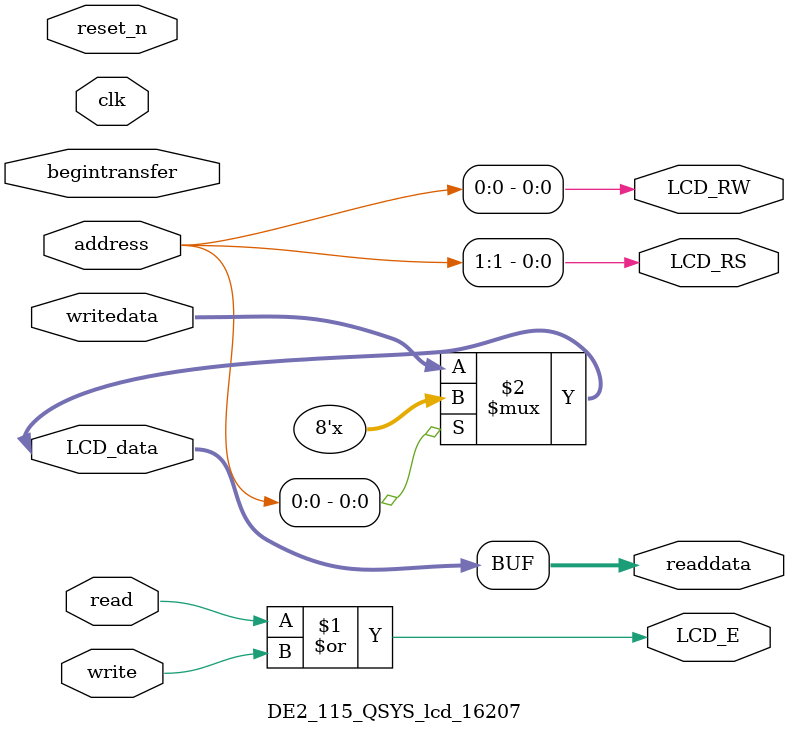
<source format=v>

`timescale 1ns / 1ps
// synthesis translate_on

// turn off superfluous verilog processor warnings 
// altera message_level Level1 
// altera message_off 10034 10035 10036 10037 10230 10240 10030 

module DE2_115_QSYS_lcd_16207 (
                                // inputs:
                                 address,
                                 begintransfer,
                                 clk,
                                 read,
                                 reset_n,
                                 write,
                                 writedata,

                                // outputs:
                                 LCD_E,
                                 LCD_RS,
                                 LCD_RW,
                                 LCD_data,
                                 readdata
                              )
;

  output           LCD_E;
  output           LCD_RS;
  output           LCD_RW;
  inout   [  7: 0] LCD_data;
  output  [  7: 0] readdata;
  input   [  1: 0] address;
  input            begintransfer;
  input            clk;
  input            read;
  input            reset_n;
  input            write;
  input   [  7: 0] writedata;


wire             LCD_E;
wire             LCD_RS;
wire             LCD_RW;
wire    [  7: 0] LCD_data;
wire    [  7: 0] readdata;
  assign LCD_RW = address[0];
  assign LCD_RS = address[1];
  assign LCD_E = read | write;
  assign LCD_data = (address[0]) ? {8{1'bz}} : writedata;
  assign readdata = LCD_data;
  //control_slave, which is an e_avalon_slave

endmodule


</source>
